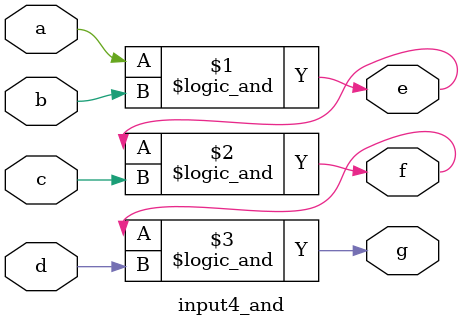
<source format=v>
`timescale 1ns / 1ps

module input4_and(
    input a,
    input b,
    input c,
    input d,
    output e,
    output f,
    output g
    );
    
assign e = a&&b;
assign f = e&&c;
assign g = f&&d;

endmodule

</source>
